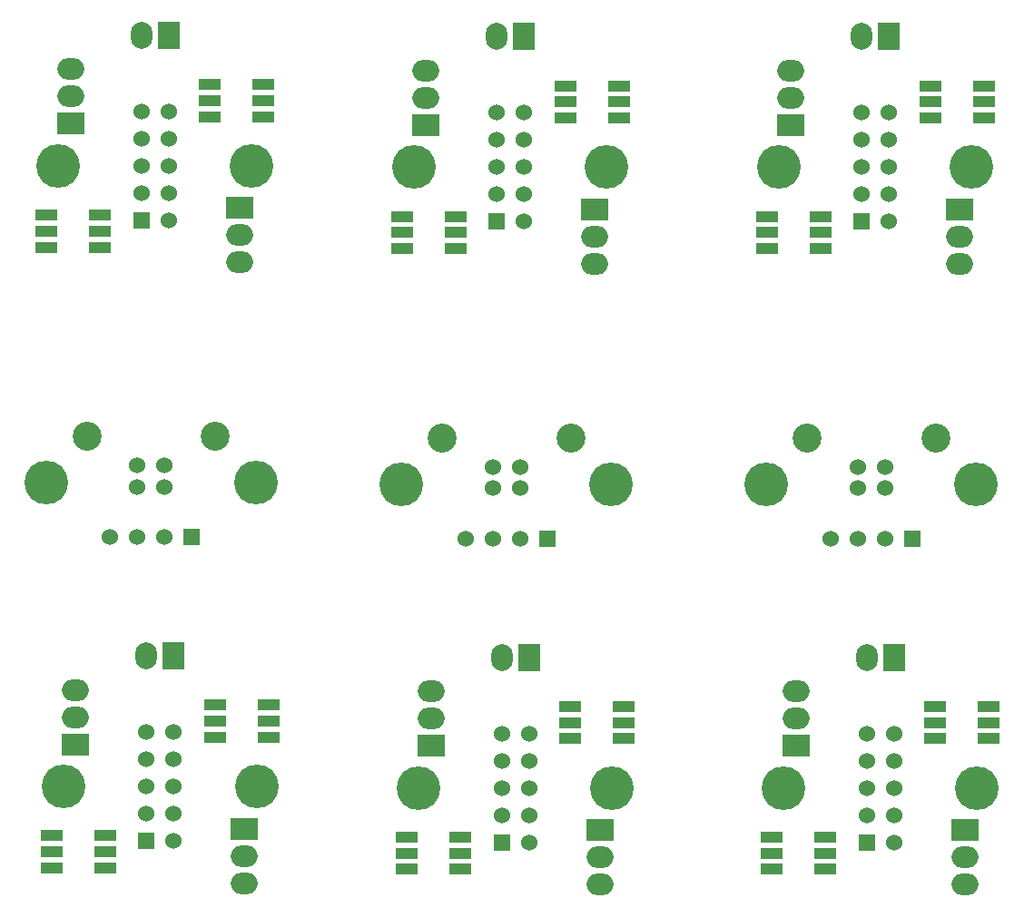
<source format=gts>
G04 (created by PCBNEW (2013-may-18)-stable) date Пн 18 апр 2016 10:16:46*
%MOIN*%
G04 Gerber Fmt 3.4, Leading zero omitted, Abs format*
%FSLAX34Y34*%
G01*
G70*
G90*
G04 APERTURE LIST*
%ADD10C,0.00590551*%
%ADD11C,0.16*%
%ADD12R,0.06X0.06*%
%ADD13C,0.06*%
%ADD14R,0.0787402X0.0984252*%
%ADD15O,0.0787402X0.0984252*%
%ADD16R,0.0984252X0.0787402*%
%ADD17O,0.0984252X0.0787402*%
%ADD18R,0.0787402X0.0393701*%
%ADD19C,0.1063*%
G04 APERTURE END LIST*
G54D10*
G54D11*
X57836Y-75310D03*
X64923Y-75310D03*
G54D12*
X60880Y-77310D03*
G54D13*
X61880Y-77310D03*
X60880Y-76310D03*
X61880Y-76310D03*
X60880Y-75310D03*
X61880Y-75310D03*
X60880Y-74310D03*
X61880Y-74310D03*
X60880Y-73310D03*
X61880Y-73310D03*
G54D14*
X61880Y-70510D03*
G54D15*
X60880Y-70510D03*
G54D16*
X58280Y-73760D03*
G54D17*
X58280Y-72760D03*
X58280Y-71760D03*
G54D16*
X64480Y-76860D03*
G54D17*
X64480Y-77860D03*
X64480Y-78860D03*
G54D18*
X59364Y-78300D03*
X59364Y-77710D03*
X59364Y-77119D03*
X57395Y-77119D03*
X57395Y-77710D03*
X57395Y-78300D03*
X63395Y-72319D03*
X63395Y-72910D03*
X63395Y-73500D03*
X65364Y-73500D03*
X65364Y-72910D03*
X65364Y-72319D03*
X63205Y-49509D03*
X63205Y-50100D03*
X63205Y-50690D03*
X65174Y-50690D03*
X65174Y-50100D03*
X65174Y-49509D03*
X59174Y-55490D03*
X59174Y-54900D03*
X59174Y-54309D03*
X57205Y-54309D03*
X57205Y-54900D03*
X57205Y-55490D03*
G54D16*
X64290Y-54050D03*
G54D17*
X64290Y-55050D03*
X64290Y-56050D03*
G54D16*
X58090Y-50950D03*
G54D17*
X58090Y-49950D03*
X58090Y-48950D03*
G54D14*
X61690Y-47700D03*
G54D15*
X60690Y-47700D03*
G54D12*
X60690Y-54500D03*
G54D13*
X61690Y-54500D03*
X60690Y-53500D03*
X61690Y-53500D03*
X60690Y-52500D03*
X61690Y-52500D03*
X60690Y-51500D03*
X61690Y-51500D03*
X60690Y-50500D03*
X61690Y-50500D03*
G54D11*
X64733Y-52500D03*
X57646Y-52500D03*
G54D13*
X60550Y-64300D03*
X61550Y-64300D03*
X61550Y-63513D03*
X60550Y-63513D03*
G54D19*
X58688Y-62450D03*
X63412Y-62450D03*
G54D12*
X62550Y-66150D03*
G54D13*
X61550Y-66150D03*
X60550Y-66150D03*
X59550Y-66150D03*
G54D11*
X57200Y-64150D03*
X64900Y-64150D03*
X77950Y-64200D03*
X70250Y-64200D03*
G54D12*
X75600Y-66200D03*
G54D13*
X74600Y-66200D03*
X73600Y-66200D03*
X72600Y-66200D03*
X73600Y-64350D03*
X74600Y-64350D03*
X74600Y-63563D03*
X73600Y-63563D03*
G54D19*
X71738Y-62500D03*
X76462Y-62500D03*
G54D11*
X70696Y-52550D03*
X77783Y-52550D03*
G54D12*
X73740Y-54550D03*
G54D13*
X74740Y-54550D03*
X73740Y-53550D03*
X74740Y-53550D03*
X73740Y-52550D03*
X74740Y-52550D03*
X73740Y-51550D03*
X74740Y-51550D03*
X73740Y-50550D03*
X74740Y-50550D03*
G54D14*
X74740Y-47750D03*
G54D15*
X73740Y-47750D03*
G54D16*
X71140Y-51000D03*
G54D17*
X71140Y-50000D03*
X71140Y-49000D03*
G54D16*
X77340Y-54100D03*
G54D17*
X77340Y-55100D03*
X77340Y-56100D03*
G54D18*
X72224Y-55540D03*
X72224Y-54950D03*
X72224Y-54359D03*
X70255Y-54359D03*
X70255Y-54950D03*
X70255Y-55540D03*
X76255Y-49559D03*
X76255Y-50150D03*
X76255Y-50740D03*
X78224Y-50740D03*
X78224Y-50150D03*
X78224Y-49559D03*
X76445Y-72369D03*
X76445Y-72960D03*
X76445Y-73550D03*
X78414Y-73550D03*
X78414Y-72960D03*
X78414Y-72369D03*
X72414Y-78350D03*
X72414Y-77760D03*
X72414Y-77169D03*
X70445Y-77169D03*
X70445Y-77760D03*
X70445Y-78350D03*
G54D16*
X77530Y-76910D03*
G54D17*
X77530Y-77910D03*
X77530Y-78910D03*
G54D16*
X71330Y-73810D03*
G54D17*
X71330Y-72810D03*
X71330Y-71810D03*
G54D14*
X74930Y-70560D03*
G54D15*
X73930Y-70560D03*
G54D12*
X73930Y-77360D03*
G54D13*
X74930Y-77360D03*
X73930Y-76360D03*
X74930Y-76360D03*
X73930Y-75360D03*
X74930Y-75360D03*
X73930Y-74360D03*
X74930Y-74360D03*
X73930Y-73360D03*
X74930Y-73360D03*
G54D11*
X77973Y-75360D03*
X70886Y-75360D03*
X84286Y-75360D03*
X91373Y-75360D03*
G54D12*
X87330Y-77360D03*
G54D13*
X88330Y-77360D03*
X87330Y-76360D03*
X88330Y-76360D03*
X87330Y-75360D03*
X88330Y-75360D03*
X87330Y-74360D03*
X88330Y-74360D03*
X87330Y-73360D03*
X88330Y-73360D03*
G54D14*
X88330Y-70560D03*
G54D15*
X87330Y-70560D03*
G54D16*
X84730Y-73810D03*
G54D17*
X84730Y-72810D03*
X84730Y-71810D03*
G54D16*
X90930Y-76910D03*
G54D17*
X90930Y-77910D03*
X90930Y-78910D03*
G54D18*
X85814Y-78350D03*
X85814Y-77760D03*
X85814Y-77169D03*
X83845Y-77169D03*
X83845Y-77760D03*
X83845Y-78350D03*
X89845Y-72369D03*
X89845Y-72960D03*
X89845Y-73550D03*
X91814Y-73550D03*
X91814Y-72960D03*
X91814Y-72369D03*
X89655Y-49559D03*
X89655Y-50150D03*
X89655Y-50740D03*
X91624Y-50740D03*
X91624Y-50150D03*
X91624Y-49559D03*
X85624Y-55540D03*
X85624Y-54950D03*
X85624Y-54359D03*
X83655Y-54359D03*
X83655Y-54950D03*
X83655Y-55540D03*
G54D16*
X90740Y-54100D03*
G54D17*
X90740Y-55100D03*
X90740Y-56100D03*
G54D16*
X84540Y-51000D03*
G54D17*
X84540Y-50000D03*
X84540Y-49000D03*
G54D14*
X88140Y-47750D03*
G54D15*
X87140Y-47750D03*
G54D12*
X87140Y-54550D03*
G54D13*
X88140Y-54550D03*
X87140Y-53550D03*
X88140Y-53550D03*
X87140Y-52550D03*
X88140Y-52550D03*
X87140Y-51550D03*
X88140Y-51550D03*
X87140Y-50550D03*
X88140Y-50550D03*
G54D11*
X91183Y-52550D03*
X84096Y-52550D03*
G54D13*
X87000Y-64350D03*
X88000Y-64350D03*
X88000Y-63563D03*
X87000Y-63563D03*
G54D19*
X85138Y-62500D03*
X89862Y-62500D03*
G54D12*
X89000Y-66200D03*
G54D13*
X88000Y-66200D03*
X87000Y-66200D03*
X86000Y-66200D03*
G54D11*
X83650Y-64200D03*
X91350Y-64200D03*
M02*

</source>
